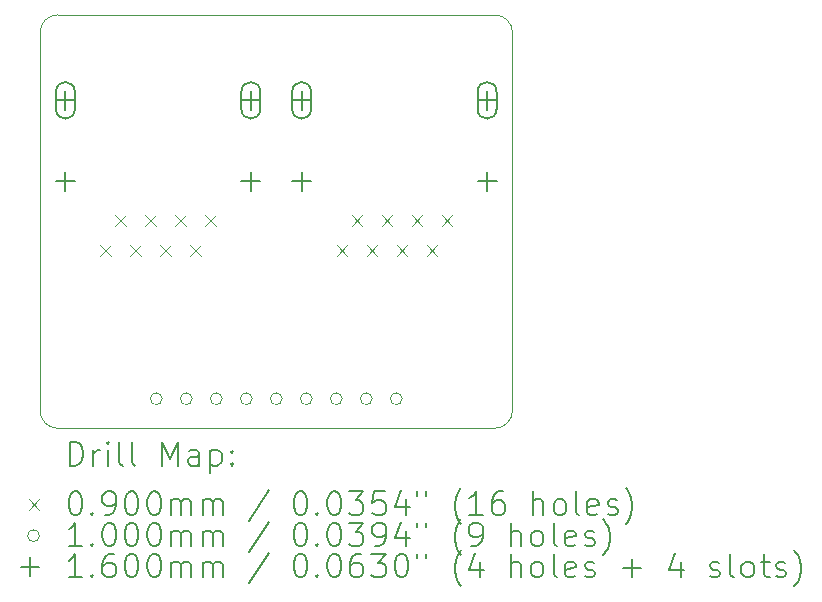
<source format=gbr>
%TF.GenerationSoftware,KiCad,Pcbnew,(6.0.7)*%
%TF.CreationDate,2022-08-03T23:31:26+02:00*%
%TF.ProjectId,rj45-pinheader-breakout,726a3435-2d70-4696-9e68-65616465722d,rev?*%
%TF.SameCoordinates,Original*%
%TF.FileFunction,Drillmap*%
%TF.FilePolarity,Positive*%
%FSLAX45Y45*%
G04 Gerber Fmt 4.5, Leading zero omitted, Abs format (unit mm)*
G04 Created by KiCad (PCBNEW (6.0.7)) date 2022-08-03 23:31:26*
%MOMM*%
%LPD*%
G01*
G04 APERTURE LIST*
%ADD10C,0.100000*%
%ADD11C,0.200000*%
%ADD12C,0.090000*%
%ADD13C,0.160000*%
G04 APERTURE END LIST*
D10*
X16300000Y-6650000D02*
X16300000Y-9850000D01*
X12450000Y-10000000D02*
X16150000Y-10000000D01*
X16300000Y-6650000D02*
G75*
G03*
X16150000Y-6500000I-150000J0D01*
G01*
X16150000Y-10000000D02*
G75*
G03*
X16300000Y-9850000I0J150000D01*
G01*
X12300000Y-9850000D02*
G75*
G03*
X12450000Y-10000000I150000J0D01*
G01*
X12450000Y-6500000D02*
G75*
G03*
X12300000Y-6650000I0J-150000D01*
G01*
X12300000Y-6650000D02*
X12300000Y-9850000D01*
X12450000Y-6500000D02*
X16150000Y-6500000D01*
D11*
D12*
X12811500Y-8449000D02*
X12901500Y-8539000D01*
X12901500Y-8449000D02*
X12811500Y-8539000D01*
X12937500Y-8195000D02*
X13027500Y-8285000D01*
X13027500Y-8195000D02*
X12937500Y-8285000D01*
X13065500Y-8449000D02*
X13155500Y-8539000D01*
X13155500Y-8449000D02*
X13065500Y-8539000D01*
X13191500Y-8195000D02*
X13281500Y-8285000D01*
X13281500Y-8195000D02*
X13191500Y-8285000D01*
X13319500Y-8449000D02*
X13409500Y-8539000D01*
X13409500Y-8449000D02*
X13319500Y-8539000D01*
X13445500Y-8195000D02*
X13535500Y-8285000D01*
X13535500Y-8195000D02*
X13445500Y-8285000D01*
X13573500Y-8449000D02*
X13663500Y-8539000D01*
X13663500Y-8449000D02*
X13573500Y-8539000D01*
X13699500Y-8195000D02*
X13789500Y-8285000D01*
X13789500Y-8195000D02*
X13699500Y-8285000D01*
X14811500Y-8449000D02*
X14901500Y-8539000D01*
X14901500Y-8449000D02*
X14811500Y-8539000D01*
X14937500Y-8195000D02*
X15027500Y-8285000D01*
X15027500Y-8195000D02*
X14937500Y-8285000D01*
X15065500Y-8449000D02*
X15155500Y-8539000D01*
X15155500Y-8449000D02*
X15065500Y-8539000D01*
X15191500Y-8195000D02*
X15281500Y-8285000D01*
X15281500Y-8195000D02*
X15191500Y-8285000D01*
X15319500Y-8449000D02*
X15409500Y-8539000D01*
X15409500Y-8449000D02*
X15319500Y-8539000D01*
X15445500Y-8195000D02*
X15535500Y-8285000D01*
X15535500Y-8195000D02*
X15445500Y-8285000D01*
X15573500Y-8449000D02*
X15663500Y-8539000D01*
X15663500Y-8449000D02*
X15573500Y-8539000D01*
X15699500Y-8195000D02*
X15789500Y-8285000D01*
X15789500Y-8195000D02*
X15699500Y-8285000D01*
D10*
X13334000Y-9750000D02*
G75*
G03*
X13334000Y-9750000I-50000J0D01*
G01*
X13588000Y-9750000D02*
G75*
G03*
X13588000Y-9750000I-50000J0D01*
G01*
X13842000Y-9750000D02*
G75*
G03*
X13842000Y-9750000I-50000J0D01*
G01*
X14096000Y-9750000D02*
G75*
G03*
X14096000Y-9750000I-50000J0D01*
G01*
X14350000Y-9750000D02*
G75*
G03*
X14350000Y-9750000I-50000J0D01*
G01*
X14604000Y-9750000D02*
G75*
G03*
X14604000Y-9750000I-50000J0D01*
G01*
X14858000Y-9750000D02*
G75*
G03*
X14858000Y-9750000I-50000J0D01*
G01*
X15112000Y-9750000D02*
G75*
G03*
X15112000Y-9750000I-50000J0D01*
G01*
X15366000Y-9750000D02*
G75*
G03*
X15366000Y-9750000I-50000J0D01*
G01*
D13*
X12515000Y-7144000D02*
X12515000Y-7304000D01*
X12435000Y-7224000D02*
X12595000Y-7224000D01*
D11*
X12595000Y-7299000D02*
X12595000Y-7149000D01*
X12435000Y-7299000D02*
X12435000Y-7149000D01*
X12595000Y-7149000D02*
G75*
G03*
X12435000Y-7149000I-80000J0D01*
G01*
X12435000Y-7299000D02*
G75*
G03*
X12595000Y-7299000I80000J0D01*
G01*
D13*
X12515000Y-7829800D02*
X12515000Y-7989800D01*
X12435000Y-7909800D02*
X12595000Y-7909800D01*
X14085000Y-7144000D02*
X14085000Y-7304000D01*
X14005000Y-7224000D02*
X14165000Y-7224000D01*
D11*
X14165000Y-7299000D02*
X14165000Y-7149000D01*
X14005000Y-7299000D02*
X14005000Y-7149000D01*
X14165000Y-7149000D02*
G75*
G03*
X14005000Y-7149000I-80000J0D01*
G01*
X14005000Y-7299000D02*
G75*
G03*
X14165000Y-7299000I80000J0D01*
G01*
D13*
X14085000Y-7829800D02*
X14085000Y-7989800D01*
X14005000Y-7909800D02*
X14165000Y-7909800D01*
X14515000Y-7144000D02*
X14515000Y-7304000D01*
X14435000Y-7224000D02*
X14595000Y-7224000D01*
D11*
X14595000Y-7299000D02*
X14595000Y-7149000D01*
X14435000Y-7299000D02*
X14435000Y-7149000D01*
X14595000Y-7149000D02*
G75*
G03*
X14435000Y-7149000I-80000J0D01*
G01*
X14435000Y-7299000D02*
G75*
G03*
X14595000Y-7299000I80000J0D01*
G01*
D13*
X14515000Y-7829800D02*
X14515000Y-7989800D01*
X14435000Y-7909800D02*
X14595000Y-7909800D01*
X16085000Y-7144000D02*
X16085000Y-7304000D01*
X16005000Y-7224000D02*
X16165000Y-7224000D01*
D11*
X16165000Y-7299000D02*
X16165000Y-7149000D01*
X16005000Y-7299000D02*
X16005000Y-7149000D01*
X16165000Y-7149000D02*
G75*
G03*
X16005000Y-7149000I-80000J0D01*
G01*
X16005000Y-7299000D02*
G75*
G03*
X16165000Y-7299000I80000J0D01*
G01*
D13*
X16085000Y-7829800D02*
X16085000Y-7989800D01*
X16005000Y-7909800D02*
X16165000Y-7909800D01*
D11*
X12552619Y-10315476D02*
X12552619Y-10115476D01*
X12600238Y-10115476D01*
X12628809Y-10125000D01*
X12647857Y-10144048D01*
X12657381Y-10163095D01*
X12666905Y-10201190D01*
X12666905Y-10229762D01*
X12657381Y-10267857D01*
X12647857Y-10286905D01*
X12628809Y-10305952D01*
X12600238Y-10315476D01*
X12552619Y-10315476D01*
X12752619Y-10315476D02*
X12752619Y-10182143D01*
X12752619Y-10220238D02*
X12762143Y-10201190D01*
X12771667Y-10191667D01*
X12790714Y-10182143D01*
X12809762Y-10182143D01*
X12876428Y-10315476D02*
X12876428Y-10182143D01*
X12876428Y-10115476D02*
X12866905Y-10125000D01*
X12876428Y-10134524D01*
X12885952Y-10125000D01*
X12876428Y-10115476D01*
X12876428Y-10134524D01*
X13000238Y-10315476D02*
X12981190Y-10305952D01*
X12971667Y-10286905D01*
X12971667Y-10115476D01*
X13105000Y-10315476D02*
X13085952Y-10305952D01*
X13076428Y-10286905D01*
X13076428Y-10115476D01*
X13333571Y-10315476D02*
X13333571Y-10115476D01*
X13400238Y-10258333D01*
X13466905Y-10115476D01*
X13466905Y-10315476D01*
X13647857Y-10315476D02*
X13647857Y-10210714D01*
X13638333Y-10191667D01*
X13619286Y-10182143D01*
X13581190Y-10182143D01*
X13562143Y-10191667D01*
X13647857Y-10305952D02*
X13628809Y-10315476D01*
X13581190Y-10315476D01*
X13562143Y-10305952D01*
X13552619Y-10286905D01*
X13552619Y-10267857D01*
X13562143Y-10248810D01*
X13581190Y-10239286D01*
X13628809Y-10239286D01*
X13647857Y-10229762D01*
X13743095Y-10182143D02*
X13743095Y-10382143D01*
X13743095Y-10191667D02*
X13762143Y-10182143D01*
X13800238Y-10182143D01*
X13819286Y-10191667D01*
X13828809Y-10201190D01*
X13838333Y-10220238D01*
X13838333Y-10277381D01*
X13828809Y-10296429D01*
X13819286Y-10305952D01*
X13800238Y-10315476D01*
X13762143Y-10315476D01*
X13743095Y-10305952D01*
X13924048Y-10296429D02*
X13933571Y-10305952D01*
X13924048Y-10315476D01*
X13914524Y-10305952D01*
X13924048Y-10296429D01*
X13924048Y-10315476D01*
X13924048Y-10191667D02*
X13933571Y-10201190D01*
X13924048Y-10210714D01*
X13914524Y-10201190D01*
X13924048Y-10191667D01*
X13924048Y-10210714D01*
D12*
X12205000Y-10600000D02*
X12295000Y-10690000D01*
X12295000Y-10600000D02*
X12205000Y-10690000D01*
D11*
X12590714Y-10535476D02*
X12609762Y-10535476D01*
X12628809Y-10545000D01*
X12638333Y-10554524D01*
X12647857Y-10573571D01*
X12657381Y-10611667D01*
X12657381Y-10659286D01*
X12647857Y-10697381D01*
X12638333Y-10716429D01*
X12628809Y-10725952D01*
X12609762Y-10735476D01*
X12590714Y-10735476D01*
X12571667Y-10725952D01*
X12562143Y-10716429D01*
X12552619Y-10697381D01*
X12543095Y-10659286D01*
X12543095Y-10611667D01*
X12552619Y-10573571D01*
X12562143Y-10554524D01*
X12571667Y-10545000D01*
X12590714Y-10535476D01*
X12743095Y-10716429D02*
X12752619Y-10725952D01*
X12743095Y-10735476D01*
X12733571Y-10725952D01*
X12743095Y-10716429D01*
X12743095Y-10735476D01*
X12847857Y-10735476D02*
X12885952Y-10735476D01*
X12905000Y-10725952D01*
X12914524Y-10716429D01*
X12933571Y-10687857D01*
X12943095Y-10649762D01*
X12943095Y-10573571D01*
X12933571Y-10554524D01*
X12924048Y-10545000D01*
X12905000Y-10535476D01*
X12866905Y-10535476D01*
X12847857Y-10545000D01*
X12838333Y-10554524D01*
X12828809Y-10573571D01*
X12828809Y-10621190D01*
X12838333Y-10640238D01*
X12847857Y-10649762D01*
X12866905Y-10659286D01*
X12905000Y-10659286D01*
X12924048Y-10649762D01*
X12933571Y-10640238D01*
X12943095Y-10621190D01*
X13066905Y-10535476D02*
X13085952Y-10535476D01*
X13105000Y-10545000D01*
X13114524Y-10554524D01*
X13124048Y-10573571D01*
X13133571Y-10611667D01*
X13133571Y-10659286D01*
X13124048Y-10697381D01*
X13114524Y-10716429D01*
X13105000Y-10725952D01*
X13085952Y-10735476D01*
X13066905Y-10735476D01*
X13047857Y-10725952D01*
X13038333Y-10716429D01*
X13028809Y-10697381D01*
X13019286Y-10659286D01*
X13019286Y-10611667D01*
X13028809Y-10573571D01*
X13038333Y-10554524D01*
X13047857Y-10545000D01*
X13066905Y-10535476D01*
X13257381Y-10535476D02*
X13276428Y-10535476D01*
X13295476Y-10545000D01*
X13305000Y-10554524D01*
X13314524Y-10573571D01*
X13324048Y-10611667D01*
X13324048Y-10659286D01*
X13314524Y-10697381D01*
X13305000Y-10716429D01*
X13295476Y-10725952D01*
X13276428Y-10735476D01*
X13257381Y-10735476D01*
X13238333Y-10725952D01*
X13228809Y-10716429D01*
X13219286Y-10697381D01*
X13209762Y-10659286D01*
X13209762Y-10611667D01*
X13219286Y-10573571D01*
X13228809Y-10554524D01*
X13238333Y-10545000D01*
X13257381Y-10535476D01*
X13409762Y-10735476D02*
X13409762Y-10602143D01*
X13409762Y-10621190D02*
X13419286Y-10611667D01*
X13438333Y-10602143D01*
X13466905Y-10602143D01*
X13485952Y-10611667D01*
X13495476Y-10630714D01*
X13495476Y-10735476D01*
X13495476Y-10630714D02*
X13505000Y-10611667D01*
X13524048Y-10602143D01*
X13552619Y-10602143D01*
X13571667Y-10611667D01*
X13581190Y-10630714D01*
X13581190Y-10735476D01*
X13676428Y-10735476D02*
X13676428Y-10602143D01*
X13676428Y-10621190D02*
X13685952Y-10611667D01*
X13705000Y-10602143D01*
X13733571Y-10602143D01*
X13752619Y-10611667D01*
X13762143Y-10630714D01*
X13762143Y-10735476D01*
X13762143Y-10630714D02*
X13771667Y-10611667D01*
X13790714Y-10602143D01*
X13819286Y-10602143D01*
X13838333Y-10611667D01*
X13847857Y-10630714D01*
X13847857Y-10735476D01*
X14238333Y-10525952D02*
X14066905Y-10783095D01*
X14495476Y-10535476D02*
X14514524Y-10535476D01*
X14533571Y-10545000D01*
X14543095Y-10554524D01*
X14552619Y-10573571D01*
X14562143Y-10611667D01*
X14562143Y-10659286D01*
X14552619Y-10697381D01*
X14543095Y-10716429D01*
X14533571Y-10725952D01*
X14514524Y-10735476D01*
X14495476Y-10735476D01*
X14476428Y-10725952D01*
X14466905Y-10716429D01*
X14457381Y-10697381D01*
X14447857Y-10659286D01*
X14447857Y-10611667D01*
X14457381Y-10573571D01*
X14466905Y-10554524D01*
X14476428Y-10545000D01*
X14495476Y-10535476D01*
X14647857Y-10716429D02*
X14657381Y-10725952D01*
X14647857Y-10735476D01*
X14638333Y-10725952D01*
X14647857Y-10716429D01*
X14647857Y-10735476D01*
X14781190Y-10535476D02*
X14800238Y-10535476D01*
X14819286Y-10545000D01*
X14828809Y-10554524D01*
X14838333Y-10573571D01*
X14847857Y-10611667D01*
X14847857Y-10659286D01*
X14838333Y-10697381D01*
X14828809Y-10716429D01*
X14819286Y-10725952D01*
X14800238Y-10735476D01*
X14781190Y-10735476D01*
X14762143Y-10725952D01*
X14752619Y-10716429D01*
X14743095Y-10697381D01*
X14733571Y-10659286D01*
X14733571Y-10611667D01*
X14743095Y-10573571D01*
X14752619Y-10554524D01*
X14762143Y-10545000D01*
X14781190Y-10535476D01*
X14914524Y-10535476D02*
X15038333Y-10535476D01*
X14971667Y-10611667D01*
X15000238Y-10611667D01*
X15019286Y-10621190D01*
X15028809Y-10630714D01*
X15038333Y-10649762D01*
X15038333Y-10697381D01*
X15028809Y-10716429D01*
X15019286Y-10725952D01*
X15000238Y-10735476D01*
X14943095Y-10735476D01*
X14924048Y-10725952D01*
X14914524Y-10716429D01*
X15219286Y-10535476D02*
X15124048Y-10535476D01*
X15114524Y-10630714D01*
X15124048Y-10621190D01*
X15143095Y-10611667D01*
X15190714Y-10611667D01*
X15209762Y-10621190D01*
X15219286Y-10630714D01*
X15228809Y-10649762D01*
X15228809Y-10697381D01*
X15219286Y-10716429D01*
X15209762Y-10725952D01*
X15190714Y-10735476D01*
X15143095Y-10735476D01*
X15124048Y-10725952D01*
X15114524Y-10716429D01*
X15400238Y-10602143D02*
X15400238Y-10735476D01*
X15352619Y-10525952D02*
X15305000Y-10668810D01*
X15428809Y-10668810D01*
X15495476Y-10535476D02*
X15495476Y-10573571D01*
X15571667Y-10535476D02*
X15571667Y-10573571D01*
X15866905Y-10811667D02*
X15857381Y-10802143D01*
X15838333Y-10773571D01*
X15828809Y-10754524D01*
X15819286Y-10725952D01*
X15809762Y-10678333D01*
X15809762Y-10640238D01*
X15819286Y-10592619D01*
X15828809Y-10564048D01*
X15838333Y-10545000D01*
X15857381Y-10516429D01*
X15866905Y-10506905D01*
X16047857Y-10735476D02*
X15933571Y-10735476D01*
X15990714Y-10735476D02*
X15990714Y-10535476D01*
X15971667Y-10564048D01*
X15952619Y-10583095D01*
X15933571Y-10592619D01*
X16219286Y-10535476D02*
X16181190Y-10535476D01*
X16162143Y-10545000D01*
X16152619Y-10554524D01*
X16133571Y-10583095D01*
X16124048Y-10621190D01*
X16124048Y-10697381D01*
X16133571Y-10716429D01*
X16143095Y-10725952D01*
X16162143Y-10735476D01*
X16200238Y-10735476D01*
X16219286Y-10725952D01*
X16228809Y-10716429D01*
X16238333Y-10697381D01*
X16238333Y-10649762D01*
X16228809Y-10630714D01*
X16219286Y-10621190D01*
X16200238Y-10611667D01*
X16162143Y-10611667D01*
X16143095Y-10621190D01*
X16133571Y-10630714D01*
X16124048Y-10649762D01*
X16476428Y-10735476D02*
X16476428Y-10535476D01*
X16562143Y-10735476D02*
X16562143Y-10630714D01*
X16552619Y-10611667D01*
X16533571Y-10602143D01*
X16505000Y-10602143D01*
X16485952Y-10611667D01*
X16476428Y-10621190D01*
X16685952Y-10735476D02*
X16666905Y-10725952D01*
X16657381Y-10716429D01*
X16647857Y-10697381D01*
X16647857Y-10640238D01*
X16657381Y-10621190D01*
X16666905Y-10611667D01*
X16685952Y-10602143D01*
X16714524Y-10602143D01*
X16733571Y-10611667D01*
X16743095Y-10621190D01*
X16752619Y-10640238D01*
X16752619Y-10697381D01*
X16743095Y-10716429D01*
X16733571Y-10725952D01*
X16714524Y-10735476D01*
X16685952Y-10735476D01*
X16866905Y-10735476D02*
X16847857Y-10725952D01*
X16838333Y-10706905D01*
X16838333Y-10535476D01*
X17019286Y-10725952D02*
X17000238Y-10735476D01*
X16962143Y-10735476D01*
X16943095Y-10725952D01*
X16933571Y-10706905D01*
X16933571Y-10630714D01*
X16943095Y-10611667D01*
X16962143Y-10602143D01*
X17000238Y-10602143D01*
X17019286Y-10611667D01*
X17028810Y-10630714D01*
X17028810Y-10649762D01*
X16933571Y-10668810D01*
X17105000Y-10725952D02*
X17124048Y-10735476D01*
X17162143Y-10735476D01*
X17181190Y-10725952D01*
X17190714Y-10706905D01*
X17190714Y-10697381D01*
X17181190Y-10678333D01*
X17162143Y-10668810D01*
X17133571Y-10668810D01*
X17114524Y-10659286D01*
X17105000Y-10640238D01*
X17105000Y-10630714D01*
X17114524Y-10611667D01*
X17133571Y-10602143D01*
X17162143Y-10602143D01*
X17181190Y-10611667D01*
X17257381Y-10811667D02*
X17266905Y-10802143D01*
X17285952Y-10773571D01*
X17295476Y-10754524D01*
X17305000Y-10725952D01*
X17314524Y-10678333D01*
X17314524Y-10640238D01*
X17305000Y-10592619D01*
X17295476Y-10564048D01*
X17285952Y-10545000D01*
X17266905Y-10516429D01*
X17257381Y-10506905D01*
D10*
X12295000Y-10909000D02*
G75*
G03*
X12295000Y-10909000I-50000J0D01*
G01*
D11*
X12657381Y-10999476D02*
X12543095Y-10999476D01*
X12600238Y-10999476D02*
X12600238Y-10799476D01*
X12581190Y-10828048D01*
X12562143Y-10847095D01*
X12543095Y-10856619D01*
X12743095Y-10980429D02*
X12752619Y-10989952D01*
X12743095Y-10999476D01*
X12733571Y-10989952D01*
X12743095Y-10980429D01*
X12743095Y-10999476D01*
X12876428Y-10799476D02*
X12895476Y-10799476D01*
X12914524Y-10809000D01*
X12924048Y-10818524D01*
X12933571Y-10837571D01*
X12943095Y-10875667D01*
X12943095Y-10923286D01*
X12933571Y-10961381D01*
X12924048Y-10980429D01*
X12914524Y-10989952D01*
X12895476Y-10999476D01*
X12876428Y-10999476D01*
X12857381Y-10989952D01*
X12847857Y-10980429D01*
X12838333Y-10961381D01*
X12828809Y-10923286D01*
X12828809Y-10875667D01*
X12838333Y-10837571D01*
X12847857Y-10818524D01*
X12857381Y-10809000D01*
X12876428Y-10799476D01*
X13066905Y-10799476D02*
X13085952Y-10799476D01*
X13105000Y-10809000D01*
X13114524Y-10818524D01*
X13124048Y-10837571D01*
X13133571Y-10875667D01*
X13133571Y-10923286D01*
X13124048Y-10961381D01*
X13114524Y-10980429D01*
X13105000Y-10989952D01*
X13085952Y-10999476D01*
X13066905Y-10999476D01*
X13047857Y-10989952D01*
X13038333Y-10980429D01*
X13028809Y-10961381D01*
X13019286Y-10923286D01*
X13019286Y-10875667D01*
X13028809Y-10837571D01*
X13038333Y-10818524D01*
X13047857Y-10809000D01*
X13066905Y-10799476D01*
X13257381Y-10799476D02*
X13276428Y-10799476D01*
X13295476Y-10809000D01*
X13305000Y-10818524D01*
X13314524Y-10837571D01*
X13324048Y-10875667D01*
X13324048Y-10923286D01*
X13314524Y-10961381D01*
X13305000Y-10980429D01*
X13295476Y-10989952D01*
X13276428Y-10999476D01*
X13257381Y-10999476D01*
X13238333Y-10989952D01*
X13228809Y-10980429D01*
X13219286Y-10961381D01*
X13209762Y-10923286D01*
X13209762Y-10875667D01*
X13219286Y-10837571D01*
X13228809Y-10818524D01*
X13238333Y-10809000D01*
X13257381Y-10799476D01*
X13409762Y-10999476D02*
X13409762Y-10866143D01*
X13409762Y-10885190D02*
X13419286Y-10875667D01*
X13438333Y-10866143D01*
X13466905Y-10866143D01*
X13485952Y-10875667D01*
X13495476Y-10894714D01*
X13495476Y-10999476D01*
X13495476Y-10894714D02*
X13505000Y-10875667D01*
X13524048Y-10866143D01*
X13552619Y-10866143D01*
X13571667Y-10875667D01*
X13581190Y-10894714D01*
X13581190Y-10999476D01*
X13676428Y-10999476D02*
X13676428Y-10866143D01*
X13676428Y-10885190D02*
X13685952Y-10875667D01*
X13705000Y-10866143D01*
X13733571Y-10866143D01*
X13752619Y-10875667D01*
X13762143Y-10894714D01*
X13762143Y-10999476D01*
X13762143Y-10894714D02*
X13771667Y-10875667D01*
X13790714Y-10866143D01*
X13819286Y-10866143D01*
X13838333Y-10875667D01*
X13847857Y-10894714D01*
X13847857Y-10999476D01*
X14238333Y-10789952D02*
X14066905Y-11047095D01*
X14495476Y-10799476D02*
X14514524Y-10799476D01*
X14533571Y-10809000D01*
X14543095Y-10818524D01*
X14552619Y-10837571D01*
X14562143Y-10875667D01*
X14562143Y-10923286D01*
X14552619Y-10961381D01*
X14543095Y-10980429D01*
X14533571Y-10989952D01*
X14514524Y-10999476D01*
X14495476Y-10999476D01*
X14476428Y-10989952D01*
X14466905Y-10980429D01*
X14457381Y-10961381D01*
X14447857Y-10923286D01*
X14447857Y-10875667D01*
X14457381Y-10837571D01*
X14466905Y-10818524D01*
X14476428Y-10809000D01*
X14495476Y-10799476D01*
X14647857Y-10980429D02*
X14657381Y-10989952D01*
X14647857Y-10999476D01*
X14638333Y-10989952D01*
X14647857Y-10980429D01*
X14647857Y-10999476D01*
X14781190Y-10799476D02*
X14800238Y-10799476D01*
X14819286Y-10809000D01*
X14828809Y-10818524D01*
X14838333Y-10837571D01*
X14847857Y-10875667D01*
X14847857Y-10923286D01*
X14838333Y-10961381D01*
X14828809Y-10980429D01*
X14819286Y-10989952D01*
X14800238Y-10999476D01*
X14781190Y-10999476D01*
X14762143Y-10989952D01*
X14752619Y-10980429D01*
X14743095Y-10961381D01*
X14733571Y-10923286D01*
X14733571Y-10875667D01*
X14743095Y-10837571D01*
X14752619Y-10818524D01*
X14762143Y-10809000D01*
X14781190Y-10799476D01*
X14914524Y-10799476D02*
X15038333Y-10799476D01*
X14971667Y-10875667D01*
X15000238Y-10875667D01*
X15019286Y-10885190D01*
X15028809Y-10894714D01*
X15038333Y-10913762D01*
X15038333Y-10961381D01*
X15028809Y-10980429D01*
X15019286Y-10989952D01*
X15000238Y-10999476D01*
X14943095Y-10999476D01*
X14924048Y-10989952D01*
X14914524Y-10980429D01*
X15133571Y-10999476D02*
X15171667Y-10999476D01*
X15190714Y-10989952D01*
X15200238Y-10980429D01*
X15219286Y-10951857D01*
X15228809Y-10913762D01*
X15228809Y-10837571D01*
X15219286Y-10818524D01*
X15209762Y-10809000D01*
X15190714Y-10799476D01*
X15152619Y-10799476D01*
X15133571Y-10809000D01*
X15124048Y-10818524D01*
X15114524Y-10837571D01*
X15114524Y-10885190D01*
X15124048Y-10904238D01*
X15133571Y-10913762D01*
X15152619Y-10923286D01*
X15190714Y-10923286D01*
X15209762Y-10913762D01*
X15219286Y-10904238D01*
X15228809Y-10885190D01*
X15400238Y-10866143D02*
X15400238Y-10999476D01*
X15352619Y-10789952D02*
X15305000Y-10932810D01*
X15428809Y-10932810D01*
X15495476Y-10799476D02*
X15495476Y-10837571D01*
X15571667Y-10799476D02*
X15571667Y-10837571D01*
X15866905Y-11075667D02*
X15857381Y-11066143D01*
X15838333Y-11037571D01*
X15828809Y-11018524D01*
X15819286Y-10989952D01*
X15809762Y-10942333D01*
X15809762Y-10904238D01*
X15819286Y-10856619D01*
X15828809Y-10828048D01*
X15838333Y-10809000D01*
X15857381Y-10780429D01*
X15866905Y-10770905D01*
X15952619Y-10999476D02*
X15990714Y-10999476D01*
X16009762Y-10989952D01*
X16019286Y-10980429D01*
X16038333Y-10951857D01*
X16047857Y-10913762D01*
X16047857Y-10837571D01*
X16038333Y-10818524D01*
X16028809Y-10809000D01*
X16009762Y-10799476D01*
X15971667Y-10799476D01*
X15952619Y-10809000D01*
X15943095Y-10818524D01*
X15933571Y-10837571D01*
X15933571Y-10885190D01*
X15943095Y-10904238D01*
X15952619Y-10913762D01*
X15971667Y-10923286D01*
X16009762Y-10923286D01*
X16028809Y-10913762D01*
X16038333Y-10904238D01*
X16047857Y-10885190D01*
X16285952Y-10999476D02*
X16285952Y-10799476D01*
X16371667Y-10999476D02*
X16371667Y-10894714D01*
X16362143Y-10875667D01*
X16343095Y-10866143D01*
X16314524Y-10866143D01*
X16295476Y-10875667D01*
X16285952Y-10885190D01*
X16495476Y-10999476D02*
X16476428Y-10989952D01*
X16466905Y-10980429D01*
X16457381Y-10961381D01*
X16457381Y-10904238D01*
X16466905Y-10885190D01*
X16476428Y-10875667D01*
X16495476Y-10866143D01*
X16524048Y-10866143D01*
X16543095Y-10875667D01*
X16552619Y-10885190D01*
X16562143Y-10904238D01*
X16562143Y-10961381D01*
X16552619Y-10980429D01*
X16543095Y-10989952D01*
X16524048Y-10999476D01*
X16495476Y-10999476D01*
X16676428Y-10999476D02*
X16657381Y-10989952D01*
X16647857Y-10970905D01*
X16647857Y-10799476D01*
X16828810Y-10989952D02*
X16809762Y-10999476D01*
X16771667Y-10999476D01*
X16752619Y-10989952D01*
X16743095Y-10970905D01*
X16743095Y-10894714D01*
X16752619Y-10875667D01*
X16771667Y-10866143D01*
X16809762Y-10866143D01*
X16828810Y-10875667D01*
X16838333Y-10894714D01*
X16838333Y-10913762D01*
X16743095Y-10932810D01*
X16914524Y-10989952D02*
X16933571Y-10999476D01*
X16971667Y-10999476D01*
X16990714Y-10989952D01*
X17000238Y-10970905D01*
X17000238Y-10961381D01*
X16990714Y-10942333D01*
X16971667Y-10932810D01*
X16943095Y-10932810D01*
X16924048Y-10923286D01*
X16914524Y-10904238D01*
X16914524Y-10894714D01*
X16924048Y-10875667D01*
X16943095Y-10866143D01*
X16971667Y-10866143D01*
X16990714Y-10875667D01*
X17066905Y-11075667D02*
X17076429Y-11066143D01*
X17095476Y-11037571D01*
X17105000Y-11018524D01*
X17114524Y-10989952D01*
X17124048Y-10942333D01*
X17124048Y-10904238D01*
X17114524Y-10856619D01*
X17105000Y-10828048D01*
X17095476Y-10809000D01*
X17076429Y-10780429D01*
X17066905Y-10770905D01*
D13*
X12215000Y-11093000D02*
X12215000Y-11253000D01*
X12135000Y-11173000D02*
X12295000Y-11173000D01*
D11*
X12657381Y-11263476D02*
X12543095Y-11263476D01*
X12600238Y-11263476D02*
X12600238Y-11063476D01*
X12581190Y-11092048D01*
X12562143Y-11111095D01*
X12543095Y-11120619D01*
X12743095Y-11244428D02*
X12752619Y-11253952D01*
X12743095Y-11263476D01*
X12733571Y-11253952D01*
X12743095Y-11244428D01*
X12743095Y-11263476D01*
X12924048Y-11063476D02*
X12885952Y-11063476D01*
X12866905Y-11073000D01*
X12857381Y-11082524D01*
X12838333Y-11111095D01*
X12828809Y-11149190D01*
X12828809Y-11225381D01*
X12838333Y-11244428D01*
X12847857Y-11253952D01*
X12866905Y-11263476D01*
X12905000Y-11263476D01*
X12924048Y-11253952D01*
X12933571Y-11244428D01*
X12943095Y-11225381D01*
X12943095Y-11177762D01*
X12933571Y-11158714D01*
X12924048Y-11149190D01*
X12905000Y-11139667D01*
X12866905Y-11139667D01*
X12847857Y-11149190D01*
X12838333Y-11158714D01*
X12828809Y-11177762D01*
X13066905Y-11063476D02*
X13085952Y-11063476D01*
X13105000Y-11073000D01*
X13114524Y-11082524D01*
X13124048Y-11101571D01*
X13133571Y-11139667D01*
X13133571Y-11187286D01*
X13124048Y-11225381D01*
X13114524Y-11244428D01*
X13105000Y-11253952D01*
X13085952Y-11263476D01*
X13066905Y-11263476D01*
X13047857Y-11253952D01*
X13038333Y-11244428D01*
X13028809Y-11225381D01*
X13019286Y-11187286D01*
X13019286Y-11139667D01*
X13028809Y-11101571D01*
X13038333Y-11082524D01*
X13047857Y-11073000D01*
X13066905Y-11063476D01*
X13257381Y-11063476D02*
X13276428Y-11063476D01*
X13295476Y-11073000D01*
X13305000Y-11082524D01*
X13314524Y-11101571D01*
X13324048Y-11139667D01*
X13324048Y-11187286D01*
X13314524Y-11225381D01*
X13305000Y-11244428D01*
X13295476Y-11253952D01*
X13276428Y-11263476D01*
X13257381Y-11263476D01*
X13238333Y-11253952D01*
X13228809Y-11244428D01*
X13219286Y-11225381D01*
X13209762Y-11187286D01*
X13209762Y-11139667D01*
X13219286Y-11101571D01*
X13228809Y-11082524D01*
X13238333Y-11073000D01*
X13257381Y-11063476D01*
X13409762Y-11263476D02*
X13409762Y-11130143D01*
X13409762Y-11149190D02*
X13419286Y-11139667D01*
X13438333Y-11130143D01*
X13466905Y-11130143D01*
X13485952Y-11139667D01*
X13495476Y-11158714D01*
X13495476Y-11263476D01*
X13495476Y-11158714D02*
X13505000Y-11139667D01*
X13524048Y-11130143D01*
X13552619Y-11130143D01*
X13571667Y-11139667D01*
X13581190Y-11158714D01*
X13581190Y-11263476D01*
X13676428Y-11263476D02*
X13676428Y-11130143D01*
X13676428Y-11149190D02*
X13685952Y-11139667D01*
X13705000Y-11130143D01*
X13733571Y-11130143D01*
X13752619Y-11139667D01*
X13762143Y-11158714D01*
X13762143Y-11263476D01*
X13762143Y-11158714D02*
X13771667Y-11139667D01*
X13790714Y-11130143D01*
X13819286Y-11130143D01*
X13838333Y-11139667D01*
X13847857Y-11158714D01*
X13847857Y-11263476D01*
X14238333Y-11053952D02*
X14066905Y-11311095D01*
X14495476Y-11063476D02*
X14514524Y-11063476D01*
X14533571Y-11073000D01*
X14543095Y-11082524D01*
X14552619Y-11101571D01*
X14562143Y-11139667D01*
X14562143Y-11187286D01*
X14552619Y-11225381D01*
X14543095Y-11244428D01*
X14533571Y-11253952D01*
X14514524Y-11263476D01*
X14495476Y-11263476D01*
X14476428Y-11253952D01*
X14466905Y-11244428D01*
X14457381Y-11225381D01*
X14447857Y-11187286D01*
X14447857Y-11139667D01*
X14457381Y-11101571D01*
X14466905Y-11082524D01*
X14476428Y-11073000D01*
X14495476Y-11063476D01*
X14647857Y-11244428D02*
X14657381Y-11253952D01*
X14647857Y-11263476D01*
X14638333Y-11253952D01*
X14647857Y-11244428D01*
X14647857Y-11263476D01*
X14781190Y-11063476D02*
X14800238Y-11063476D01*
X14819286Y-11073000D01*
X14828809Y-11082524D01*
X14838333Y-11101571D01*
X14847857Y-11139667D01*
X14847857Y-11187286D01*
X14838333Y-11225381D01*
X14828809Y-11244428D01*
X14819286Y-11253952D01*
X14800238Y-11263476D01*
X14781190Y-11263476D01*
X14762143Y-11253952D01*
X14752619Y-11244428D01*
X14743095Y-11225381D01*
X14733571Y-11187286D01*
X14733571Y-11139667D01*
X14743095Y-11101571D01*
X14752619Y-11082524D01*
X14762143Y-11073000D01*
X14781190Y-11063476D01*
X15019286Y-11063476D02*
X14981190Y-11063476D01*
X14962143Y-11073000D01*
X14952619Y-11082524D01*
X14933571Y-11111095D01*
X14924048Y-11149190D01*
X14924048Y-11225381D01*
X14933571Y-11244428D01*
X14943095Y-11253952D01*
X14962143Y-11263476D01*
X15000238Y-11263476D01*
X15019286Y-11253952D01*
X15028809Y-11244428D01*
X15038333Y-11225381D01*
X15038333Y-11177762D01*
X15028809Y-11158714D01*
X15019286Y-11149190D01*
X15000238Y-11139667D01*
X14962143Y-11139667D01*
X14943095Y-11149190D01*
X14933571Y-11158714D01*
X14924048Y-11177762D01*
X15105000Y-11063476D02*
X15228809Y-11063476D01*
X15162143Y-11139667D01*
X15190714Y-11139667D01*
X15209762Y-11149190D01*
X15219286Y-11158714D01*
X15228809Y-11177762D01*
X15228809Y-11225381D01*
X15219286Y-11244428D01*
X15209762Y-11253952D01*
X15190714Y-11263476D01*
X15133571Y-11263476D01*
X15114524Y-11253952D01*
X15105000Y-11244428D01*
X15352619Y-11063476D02*
X15371667Y-11063476D01*
X15390714Y-11073000D01*
X15400238Y-11082524D01*
X15409762Y-11101571D01*
X15419286Y-11139667D01*
X15419286Y-11187286D01*
X15409762Y-11225381D01*
X15400238Y-11244428D01*
X15390714Y-11253952D01*
X15371667Y-11263476D01*
X15352619Y-11263476D01*
X15333571Y-11253952D01*
X15324048Y-11244428D01*
X15314524Y-11225381D01*
X15305000Y-11187286D01*
X15305000Y-11139667D01*
X15314524Y-11101571D01*
X15324048Y-11082524D01*
X15333571Y-11073000D01*
X15352619Y-11063476D01*
X15495476Y-11063476D02*
X15495476Y-11101571D01*
X15571667Y-11063476D02*
X15571667Y-11101571D01*
X15866905Y-11339667D02*
X15857381Y-11330143D01*
X15838333Y-11301571D01*
X15828809Y-11282524D01*
X15819286Y-11253952D01*
X15809762Y-11206333D01*
X15809762Y-11168238D01*
X15819286Y-11120619D01*
X15828809Y-11092048D01*
X15838333Y-11073000D01*
X15857381Y-11044429D01*
X15866905Y-11034905D01*
X16028809Y-11130143D02*
X16028809Y-11263476D01*
X15981190Y-11053952D02*
X15933571Y-11196809D01*
X16057381Y-11196809D01*
X16285952Y-11263476D02*
X16285952Y-11063476D01*
X16371667Y-11263476D02*
X16371667Y-11158714D01*
X16362143Y-11139667D01*
X16343095Y-11130143D01*
X16314524Y-11130143D01*
X16295476Y-11139667D01*
X16285952Y-11149190D01*
X16495476Y-11263476D02*
X16476428Y-11253952D01*
X16466905Y-11244428D01*
X16457381Y-11225381D01*
X16457381Y-11168238D01*
X16466905Y-11149190D01*
X16476428Y-11139667D01*
X16495476Y-11130143D01*
X16524048Y-11130143D01*
X16543095Y-11139667D01*
X16552619Y-11149190D01*
X16562143Y-11168238D01*
X16562143Y-11225381D01*
X16552619Y-11244428D01*
X16543095Y-11253952D01*
X16524048Y-11263476D01*
X16495476Y-11263476D01*
X16676428Y-11263476D02*
X16657381Y-11253952D01*
X16647857Y-11234905D01*
X16647857Y-11063476D01*
X16828810Y-11253952D02*
X16809762Y-11263476D01*
X16771667Y-11263476D01*
X16752619Y-11253952D01*
X16743095Y-11234905D01*
X16743095Y-11158714D01*
X16752619Y-11139667D01*
X16771667Y-11130143D01*
X16809762Y-11130143D01*
X16828810Y-11139667D01*
X16838333Y-11158714D01*
X16838333Y-11177762D01*
X16743095Y-11196809D01*
X16914524Y-11253952D02*
X16933571Y-11263476D01*
X16971667Y-11263476D01*
X16990714Y-11253952D01*
X17000238Y-11234905D01*
X17000238Y-11225381D01*
X16990714Y-11206333D01*
X16971667Y-11196809D01*
X16943095Y-11196809D01*
X16924048Y-11187286D01*
X16914524Y-11168238D01*
X16914524Y-11158714D01*
X16924048Y-11139667D01*
X16943095Y-11130143D01*
X16971667Y-11130143D01*
X16990714Y-11139667D01*
X17238333Y-11187286D02*
X17390714Y-11187286D01*
X17314524Y-11263476D02*
X17314524Y-11111095D01*
X17724048Y-11130143D02*
X17724048Y-11263476D01*
X17676429Y-11053952D02*
X17628810Y-11196809D01*
X17752619Y-11196809D01*
X17971667Y-11253952D02*
X17990714Y-11263476D01*
X18028810Y-11263476D01*
X18047857Y-11253952D01*
X18057381Y-11234905D01*
X18057381Y-11225381D01*
X18047857Y-11206333D01*
X18028810Y-11196809D01*
X18000238Y-11196809D01*
X17981190Y-11187286D01*
X17971667Y-11168238D01*
X17971667Y-11158714D01*
X17981190Y-11139667D01*
X18000238Y-11130143D01*
X18028810Y-11130143D01*
X18047857Y-11139667D01*
X18171667Y-11263476D02*
X18152619Y-11253952D01*
X18143095Y-11234905D01*
X18143095Y-11063476D01*
X18276429Y-11263476D02*
X18257381Y-11253952D01*
X18247857Y-11244428D01*
X18238333Y-11225381D01*
X18238333Y-11168238D01*
X18247857Y-11149190D01*
X18257381Y-11139667D01*
X18276429Y-11130143D01*
X18305000Y-11130143D01*
X18324048Y-11139667D01*
X18333571Y-11149190D01*
X18343095Y-11168238D01*
X18343095Y-11225381D01*
X18333571Y-11244428D01*
X18324048Y-11253952D01*
X18305000Y-11263476D01*
X18276429Y-11263476D01*
X18400238Y-11130143D02*
X18476429Y-11130143D01*
X18428810Y-11063476D02*
X18428810Y-11234905D01*
X18438333Y-11253952D01*
X18457381Y-11263476D01*
X18476429Y-11263476D01*
X18533571Y-11253952D02*
X18552619Y-11263476D01*
X18590714Y-11263476D01*
X18609762Y-11253952D01*
X18619286Y-11234905D01*
X18619286Y-11225381D01*
X18609762Y-11206333D01*
X18590714Y-11196809D01*
X18562143Y-11196809D01*
X18543095Y-11187286D01*
X18533571Y-11168238D01*
X18533571Y-11158714D01*
X18543095Y-11139667D01*
X18562143Y-11130143D01*
X18590714Y-11130143D01*
X18609762Y-11139667D01*
X18685952Y-11339667D02*
X18695476Y-11330143D01*
X18714524Y-11301571D01*
X18724048Y-11282524D01*
X18733571Y-11253952D01*
X18743095Y-11206333D01*
X18743095Y-11168238D01*
X18733571Y-11120619D01*
X18724048Y-11092048D01*
X18714524Y-11073000D01*
X18695476Y-11044429D01*
X18685952Y-11034905D01*
M02*

</source>
